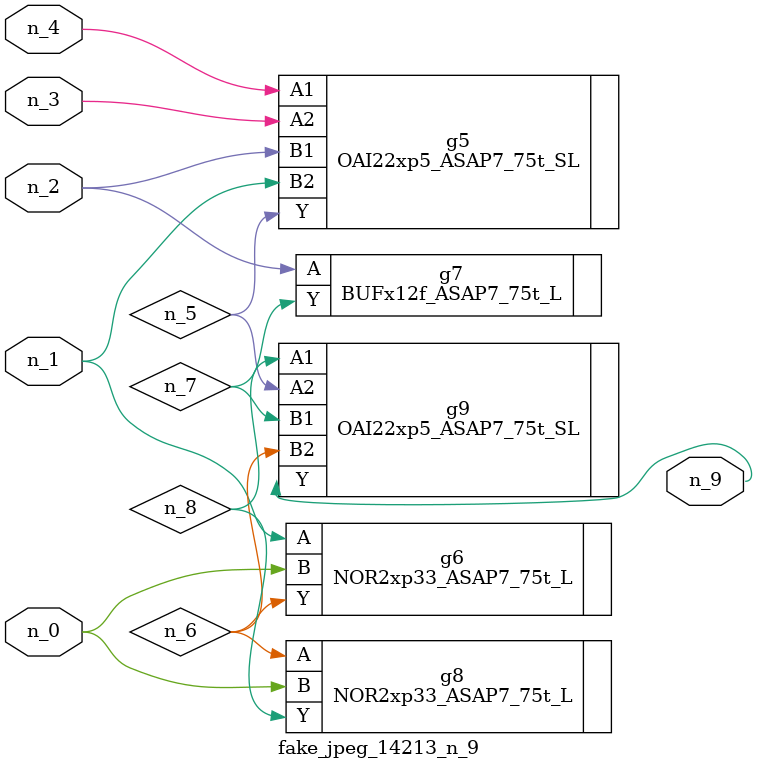
<source format=v>
module fake_jpeg_14213_n_9 (n_3, n_2, n_1, n_0, n_4, n_9);

input n_3;
input n_2;
input n_1;
input n_0;
input n_4;

output n_9;

wire n_8;
wire n_6;
wire n_5;
wire n_7;

OAI22xp5_ASAP7_75t_SL g5 ( 
.A1(n_4),
.A2(n_3),
.B1(n_2),
.B2(n_1),
.Y(n_5)
);

NOR2xp33_ASAP7_75t_L g6 ( 
.A(n_1),
.B(n_0),
.Y(n_6)
);

BUFx12f_ASAP7_75t_L g7 ( 
.A(n_2),
.Y(n_7)
);

NOR2xp33_ASAP7_75t_L g8 ( 
.A(n_6),
.B(n_0),
.Y(n_8)
);

OAI22xp5_ASAP7_75t_SL g9 ( 
.A1(n_8),
.A2(n_5),
.B1(n_7),
.B2(n_6),
.Y(n_9)
);


endmodule
</source>
